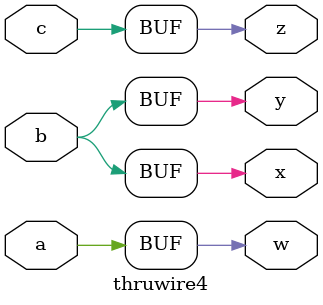
<source format=sv>
module thruwire4 ( 
  input wire a,b,c,
  output wire w,x,y,z
);

  assign {w,x,y,z} = {a,b,b,c};

endmodule

</source>
